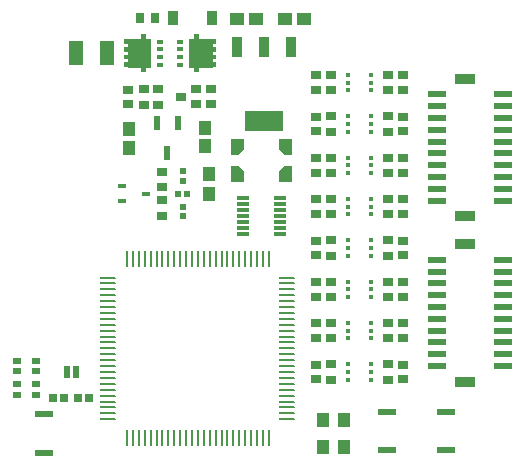
<source format=gtp>
G04*
G04 #@! TF.GenerationSoftware,Altium Limited,Altium Designer,24.4.1 (13)*
G04*
G04 Layer_Color=8421504*
%FSLAX44Y44*%
%MOMM*%
G71*
G04*
G04 #@! TF.SameCoordinates,EA300020-20D2-4A69-A7C9-2FF48D3C62D3*
G04*
G04*
G04 #@! TF.FilePolarity,Positive*
G04*
G01*
G75*
%ADD16R,1.8000X0.8500*%
%ADD17R,1.6000X0.6000*%
%ADD18R,0.7811X0.7121*%
%ADD19R,0.2125X1.3552*%
G04:AMPARAMS|DCode=20|XSize=1.3552mm|YSize=0.2125mm|CornerRadius=0.1062mm|HoleSize=0mm|Usage=FLASHONLY|Rotation=90.000|XOffset=0mm|YOffset=0mm|HoleType=Round|Shape=RoundedRectangle|*
%AMROUNDEDRECTD20*
21,1,1.3552,0.0000,0,0,90.0*
21,1,1.1428,0.2125,0,0,90.0*
1,1,0.2125,0.0000,0.5714*
1,1,0.2125,0.0000,-0.5714*
1,1,0.2125,0.0000,-0.5714*
1,1,0.2125,0.0000,0.5714*
%
%ADD20ROUNDEDRECTD20*%
G04:AMPARAMS|DCode=21|XSize=0.2125mm|YSize=1.3552mm|CornerRadius=0.1062mm|HoleSize=0mm|Usage=FLASHONLY|Rotation=90.000|XOffset=0mm|YOffset=0mm|HoleType=Round|Shape=RoundedRectangle|*
%AMROUNDEDRECTD21*
21,1,0.2125,1.1428,0,0,90.0*
21,1,0.0000,1.3552,0,0,90.0*
1,1,0.2125,0.5714,0.0000*
1,1,0.2125,0.5714,0.0000*
1,1,0.2125,-0.5714,0.0000*
1,1,0.2125,-0.5714,0.0000*
%
%ADD21ROUNDEDRECTD21*%
%ADD22R,1.5000X0.5500*%
%ADD23R,1.1430X2.0320*%
%ADD24R,0.8500X0.7000*%
%ADD25R,0.8500X0.7500*%
%ADD26R,0.4500X0.3500*%
G04:AMPARAMS|DCode=27|XSize=3.2mm|YSize=1.75mm|CornerRadius=0.0525mm|HoleSize=0mm|Usage=FLASHONLY|Rotation=0.000|XOffset=0mm|YOffset=0mm|HoleType=Round|Shape=RoundedRectangle|*
%AMROUNDEDRECTD27*
21,1,3.2000,1.6450,0,0,0.0*
21,1,3.0950,1.7500,0,0,0.0*
1,1,0.1050,1.5475,-0.8225*
1,1,0.1050,-1.5475,-0.8225*
1,1,0.1050,-1.5475,0.8225*
1,1,0.1050,1.5475,0.8225*
%
%ADD27ROUNDEDRECTD27*%
G04:AMPARAMS|DCode=28|XSize=0.9mm|YSize=1.75mm|CornerRadius=0.0495mm|HoleSize=0mm|Usage=FLASHONLY|Rotation=0.000|XOffset=0mm|YOffset=0mm|HoleType=Round|Shape=RoundedRectangle|*
%AMROUNDEDRECTD28*
21,1,0.9000,1.6510,0,0,0.0*
21,1,0.8010,1.7500,0,0,0.0*
1,1,0.0990,0.4005,-0.8255*
1,1,0.0990,-0.4005,-0.8255*
1,1,0.0990,-0.4005,0.8255*
1,1,0.0990,0.4005,0.8255*
%
%ADD28ROUNDEDRECTD28*%
%ADD29R,0.5000X0.3500*%
%ADD30R,1.0500X1.3000*%
%ADD31R,0.5750X1.1400*%
%ADD32R,0.8000X0.5000*%
%ADD33R,0.9779X0.3048*%
%ADD34R,0.9100X1.2200*%
%ADD35R,1.3051X1.1062*%
%ADD36R,0.7500X0.8500*%
%ADD37R,0.6000X1.2000*%
%ADD38R,1.1062X1.3051*%
%ADD39R,0.9000X0.7000*%
%ADD40R,0.5200X0.5200*%
%ADD41R,0.8621X0.7565*%
%ADD42R,0.7000X0.4200*%
%ADD43C,0.9698*%
%ADD44C,0.9900*%
%ADD45R,1.0500X1.1500*%
%ADD46R,0.5200X0.5200*%
G36*
X201050Y362250D02*
X212400D01*
Y361750D01*
X215400D01*
Y357750D01*
X212400D01*
Y355250D01*
X215400D01*
Y351250D01*
X212400D01*
Y348750D01*
X215400D01*
Y344750D01*
X212400D01*
Y342250D01*
X215400D01*
Y338250D01*
X212400D01*
Y337750D01*
X201050D01*
Y333950D01*
X196750D01*
Y337750D01*
X192600D01*
Y362250D01*
X196750D01*
Y366050D01*
X201050D01*
Y362250D01*
D02*
G37*
G36*
X156250D02*
X160400D01*
Y337750D01*
X156250D01*
Y333950D01*
X151950D01*
Y337750D01*
X140600D01*
Y338250D01*
X137600D01*
Y342250D01*
X140600D01*
Y344750D01*
X137600D01*
Y348750D01*
X140600D01*
Y351250D01*
X137600D01*
Y355250D01*
X140600D01*
Y357750D01*
X137600D01*
Y361750D01*
X140600D01*
Y362250D01*
X151950D01*
Y366050D01*
X156250D01*
Y362250D01*
D02*
G37*
G36*
X280000Y263500D02*
X273000D01*
X269000Y268500D01*
Y277000D01*
X280000D01*
Y263500D01*
D02*
G37*
G36*
X239000Y268500D02*
X235000Y263500D01*
X228000D01*
Y277000D01*
X239000D01*
Y268500D01*
D02*
G37*
G36*
X280000Y241000D02*
X269000D01*
Y249500D01*
X273000Y254500D01*
X280000D01*
Y241000D01*
D02*
G37*
G36*
X239000Y249500D02*
Y241000D01*
X228000D01*
Y254500D01*
X235000D01*
X239000Y249500D01*
D02*
G37*
D16*
X426000Y188250D02*
D03*
Y71750D02*
D03*
Y211750D02*
D03*
Y328250D02*
D03*
D17*
X402000Y175000D02*
D03*
Y165000D02*
D03*
Y155000D02*
D03*
Y145000D02*
D03*
Y135000D02*
D03*
Y125000D02*
D03*
Y115000D02*
D03*
Y105000D02*
D03*
Y95000D02*
D03*
Y85000D02*
D03*
X458000Y175000D02*
D03*
Y165000D02*
D03*
Y155000D02*
D03*
Y145000D02*
D03*
Y135000D02*
D03*
Y125000D02*
D03*
Y115000D02*
D03*
Y105000D02*
D03*
Y95000D02*
D03*
Y85000D02*
D03*
Y225000D02*
D03*
Y235000D02*
D03*
Y245000D02*
D03*
Y255000D02*
D03*
Y265000D02*
D03*
Y275000D02*
D03*
Y285000D02*
D03*
Y295000D02*
D03*
Y305000D02*
D03*
Y315000D02*
D03*
X402000Y225000D02*
D03*
Y235000D02*
D03*
Y245000D02*
D03*
Y255000D02*
D03*
Y265000D02*
D03*
Y275000D02*
D03*
Y285000D02*
D03*
Y295000D02*
D03*
Y305000D02*
D03*
Y315000D02*
D03*
D18*
X77345Y58000D02*
D03*
X86655D02*
D03*
X107655D02*
D03*
X98345D02*
D03*
D19*
X140000Y24245D02*
D03*
D20*
X145000D02*
D03*
X150000D02*
D03*
X155000D02*
D03*
X160000D02*
D03*
X165000D02*
D03*
X170000D02*
D03*
X175000D02*
D03*
X180000D02*
D03*
X185000D02*
D03*
X190000D02*
D03*
X195000D02*
D03*
X200000D02*
D03*
X205000D02*
D03*
X210000D02*
D03*
X215000D02*
D03*
X220000D02*
D03*
X225000D02*
D03*
X230000D02*
D03*
X235000D02*
D03*
X240000D02*
D03*
X245000D02*
D03*
X250000D02*
D03*
X255000D02*
D03*
X260000D02*
D03*
Y175755D02*
D03*
X255000D02*
D03*
X250000D02*
D03*
X245000D02*
D03*
X240000D02*
D03*
X235000D02*
D03*
X230000D02*
D03*
X225000D02*
D03*
X220000D02*
D03*
X215000D02*
D03*
X210000D02*
D03*
X205000D02*
D03*
X200000D02*
D03*
X195000D02*
D03*
X190000D02*
D03*
X185000D02*
D03*
X180000D02*
D03*
X175000D02*
D03*
X170000D02*
D03*
X165000D02*
D03*
X160000D02*
D03*
X155000D02*
D03*
X150000D02*
D03*
X145000D02*
D03*
X140000D02*
D03*
D21*
X275755Y40000D02*
D03*
Y45000D02*
D03*
Y50000D02*
D03*
Y55000D02*
D03*
Y60000D02*
D03*
Y65000D02*
D03*
Y70000D02*
D03*
Y75000D02*
D03*
Y80000D02*
D03*
Y85000D02*
D03*
Y90000D02*
D03*
Y95000D02*
D03*
Y100000D02*
D03*
Y105000D02*
D03*
Y110000D02*
D03*
Y115000D02*
D03*
Y120000D02*
D03*
Y125000D02*
D03*
Y130000D02*
D03*
Y135000D02*
D03*
Y140000D02*
D03*
Y145000D02*
D03*
Y150000D02*
D03*
Y155000D02*
D03*
Y160000D02*
D03*
X124245D02*
D03*
Y155000D02*
D03*
Y150000D02*
D03*
Y145000D02*
D03*
Y140000D02*
D03*
Y135000D02*
D03*
Y130000D02*
D03*
Y125000D02*
D03*
Y120000D02*
D03*
Y115000D02*
D03*
Y110000D02*
D03*
Y105000D02*
D03*
Y100000D02*
D03*
Y95000D02*
D03*
Y90000D02*
D03*
Y85000D02*
D03*
Y80000D02*
D03*
Y75000D02*
D03*
Y70000D02*
D03*
Y65000D02*
D03*
Y60000D02*
D03*
Y55000D02*
D03*
Y50000D02*
D03*
Y45000D02*
D03*
Y40000D02*
D03*
D22*
X410000Y46250D02*
D03*
Y13750D02*
D03*
X360000Y46250D02*
D03*
Y13750D02*
D03*
X70000Y44250D02*
D03*
Y11750D02*
D03*
D23*
X123335Y350000D02*
D03*
X96665D02*
D03*
D24*
X374000Y318750D02*
D03*
Y331250D02*
D03*
X374000Y283750D02*
D03*
Y296250D02*
D03*
X300000Y226250D02*
D03*
Y213750D02*
D03*
Y296250D02*
D03*
Y283750D02*
D03*
Y261250D02*
D03*
Y248750D02*
D03*
Y331250D02*
D03*
Y318750D02*
D03*
X374000Y248750D02*
D03*
Y261250D02*
D03*
X374000Y213750D02*
D03*
Y226250D02*
D03*
X300000Y121250D02*
D03*
Y108750D02*
D03*
Y191250D02*
D03*
Y178750D02*
D03*
Y86250D02*
D03*
Y73750D02*
D03*
Y156250D02*
D03*
Y143750D02*
D03*
X374000Y108750D02*
D03*
Y121250D02*
D03*
X374000Y143750D02*
D03*
Y156250D02*
D03*
X374000Y178750D02*
D03*
Y191250D02*
D03*
X374000Y73750D02*
D03*
Y86250D02*
D03*
X198000Y319250D02*
D03*
Y306750D02*
D03*
X141000Y319000D02*
D03*
Y306500D02*
D03*
D25*
X361000Y318500D02*
D03*
Y331500D02*
D03*
X361000Y283500D02*
D03*
Y296500D02*
D03*
X313000Y226500D02*
D03*
Y213500D02*
D03*
Y261500D02*
D03*
Y248500D02*
D03*
Y296500D02*
D03*
Y283500D02*
D03*
X361000Y213500D02*
D03*
Y226500D02*
D03*
X313000Y331500D02*
D03*
Y318500D02*
D03*
X361000Y248500D02*
D03*
Y261500D02*
D03*
X313000Y121500D02*
D03*
Y108500D02*
D03*
Y191500D02*
D03*
Y178500D02*
D03*
Y86500D02*
D03*
Y73500D02*
D03*
X361000Y108500D02*
D03*
Y121500D02*
D03*
X361000Y143500D02*
D03*
Y156500D02*
D03*
X361000Y178500D02*
D03*
Y191500D02*
D03*
X361000Y73500D02*
D03*
Y86500D02*
D03*
X313000Y156500D02*
D03*
Y143500D02*
D03*
X211000Y306500D02*
D03*
Y319500D02*
D03*
X154000Y306250D02*
D03*
Y319250D02*
D03*
D26*
X327250Y296500D02*
D03*
Y290000D02*
D03*
Y283500D02*
D03*
X346750D02*
D03*
Y290000D02*
D03*
Y296500D02*
D03*
X327250Y331500D02*
D03*
Y325000D02*
D03*
Y318500D02*
D03*
X346750D02*
D03*
Y325000D02*
D03*
Y331500D02*
D03*
X327250Y226500D02*
D03*
Y220000D02*
D03*
Y213500D02*
D03*
X346750D02*
D03*
Y220000D02*
D03*
Y226500D02*
D03*
X327250Y261500D02*
D03*
Y255000D02*
D03*
Y248500D02*
D03*
X346750D02*
D03*
Y255000D02*
D03*
Y261500D02*
D03*
X327250Y191500D02*
D03*
Y185000D02*
D03*
Y178500D02*
D03*
X346750D02*
D03*
Y185000D02*
D03*
Y191500D02*
D03*
X327250Y156500D02*
D03*
Y150000D02*
D03*
Y143500D02*
D03*
X346750D02*
D03*
Y150000D02*
D03*
Y156500D02*
D03*
X327250Y86500D02*
D03*
Y80000D02*
D03*
Y73500D02*
D03*
X346750D02*
D03*
Y80000D02*
D03*
Y86500D02*
D03*
X327250Y121500D02*
D03*
Y115000D02*
D03*
Y108500D02*
D03*
X346750D02*
D03*
Y115000D02*
D03*
Y121500D02*
D03*
D27*
X256000Y292750D02*
D03*
D28*
X233000Y355250D02*
D03*
X256000D02*
D03*
X279000D02*
D03*
D29*
X184900Y340250D02*
D03*
Y346750D02*
D03*
Y353250D02*
D03*
Y359750D02*
D03*
X168100D02*
D03*
Y353250D02*
D03*
Y346750D02*
D03*
Y340250D02*
D03*
D30*
X323750Y39500D02*
D03*
Y16500D02*
D03*
X306250D02*
D03*
Y39500D02*
D03*
D31*
X88875Y80000D02*
D03*
X97125D02*
D03*
D32*
X63000Y60500D02*
D03*
X47000D02*
D03*
X63000Y69500D02*
D03*
X47000D02*
D03*
X63000Y80500D02*
D03*
X47000D02*
D03*
X63000Y89500D02*
D03*
X47000D02*
D03*
D33*
X269431Y227004D02*
D03*
Y222003D02*
D03*
Y217001D02*
D03*
Y212000D02*
D03*
Y206999D02*
D03*
Y201998D02*
D03*
Y196996D02*
D03*
X238570D02*
D03*
Y201998D02*
D03*
Y206999D02*
D03*
Y212000D02*
D03*
Y217001D02*
D03*
Y222003D02*
D03*
Y227004D02*
D03*
D34*
X179000Y380000D02*
D03*
X211700D02*
D03*
D35*
X290006Y379000D02*
D03*
X273994D02*
D03*
X249006D02*
D03*
X232994D02*
D03*
D36*
X164000Y380000D02*
D03*
X151000D02*
D03*
D37*
X174000Y265000D02*
D03*
X165000Y291000D02*
D03*
X183000D02*
D03*
D38*
X142000Y269994D02*
D03*
Y286006D02*
D03*
X206000Y270994D02*
D03*
Y287006D02*
D03*
D39*
X185500Y312750D02*
D03*
X166500Y306250D02*
D03*
Y319250D02*
D03*
D40*
X187000Y242000D02*
D03*
Y250000D02*
D03*
Y212000D02*
D03*
Y220000D02*
D03*
D41*
X170000Y236491D02*
D03*
Y249509D02*
D03*
Y212491D02*
D03*
Y225509D02*
D03*
D42*
X156000Y231000D02*
D03*
X136000Y224500D02*
D03*
Y237500D02*
D03*
D43*
X233500Y270250D02*
D03*
X274500D02*
D03*
D44*
Y246500D02*
D03*
X233500D02*
D03*
D45*
X209000Y247500D02*
D03*
Y230500D02*
D03*
D46*
X191000Y231000D02*
D03*
X183000D02*
D03*
M02*

</source>
